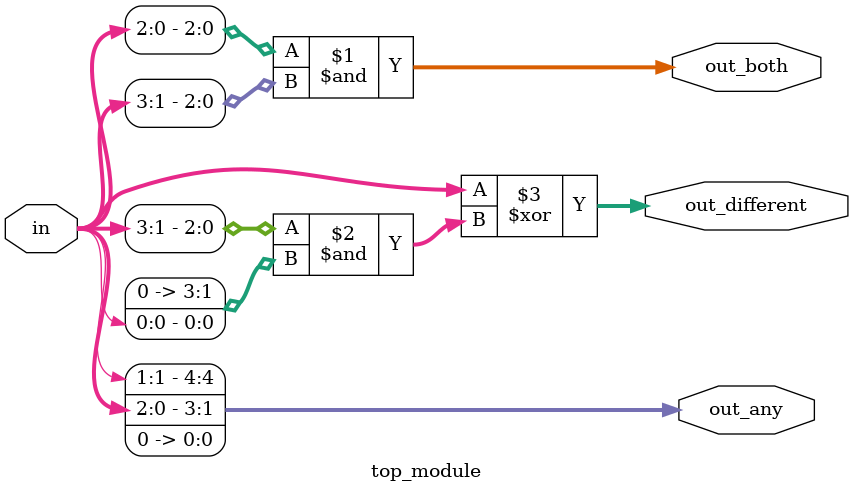
<source format=sv>
module top_module (
    input [3:0] in,
    output [2:0] out_both,
    output [4:0] out_any,
    output [3:0] out_different
);
    
    assign out_both = in[2:0] & in[3:1];
    assign out_any = {in[3:1], in[2:0], 1'b0};
    assign out_different = in ^ (in[3:1] & {1'b0, in[0]});
    
endmodule

</source>
